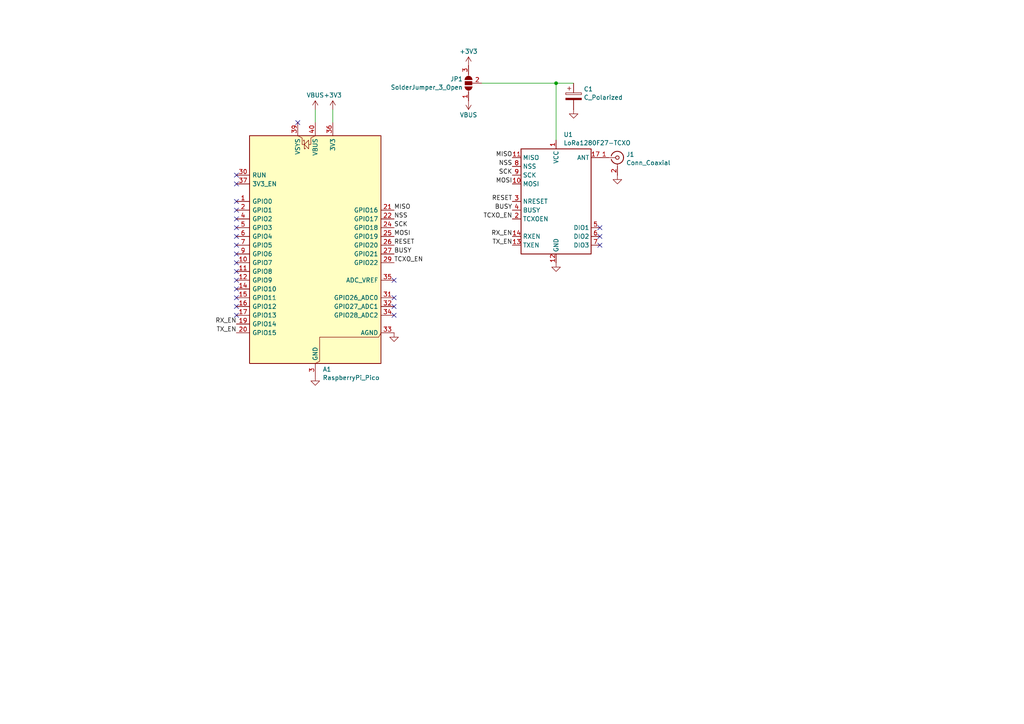
<source format=kicad_sch>
(kicad_sch (version 20250114) (generator "eeschema") (generator_version "9.0")
  (paper "A4")
  (lib_symbols
    (symbol "Connector:Conn_Coaxial" (pin_names (offset 1.016) (hide yes))
      (property "Reference" "J" (at 0.254 3.048 0))
      (property "Value" "Conn_Coaxial" (at 2.921 0 90))
      (symbol "Conn_Coaxial_0_1"
        (polyline (pts (xy -2.54 0) (xy -0.508 0)))
        (arc (start 1.778 0) (mid 0.222 -1.8079) (end -1.778 -0.508) (stroke (width 0.254)))
        (arc (start -1.778 0.508) (mid 0.2221 1.8084) (end 1.778 0) (stroke (width 0.254)))
        (circle (center 0 0) (radius 0.508) (stroke (width 0.2032)))
        (polyline (pts (xy 0 -2.54) (xy 0 -1.778)))
      )
      (symbol "Conn_Coaxial_1_1"
        (pin passive line (at -5.08 0 0) (length 2.54) (name "In") (number "1"))
        (pin passive line (at 0 -5.08 90) (length 2.54) (name "Ext") (number "2"))
      )
    )
    (symbol "Critbit_lib:LoRa1280F27-TCXO"
      (property "Reference" "U?" (at 12.954 17.272 0))
      (property "Value" "LoRa1280F27-TCXO" (at -13.462 16.51 0))
      (symbol "LoRa1280F27-TCXO_0_0"
        (rectangle (start -10.16 15.24) (end 10.16 -15.24) (stroke (width 0.254)))
        (pin unspecified line (at -12.7 12.7 0) (length 2.54) (name "MISO") (number "11"))
        (pin unspecified line (at -12.7 10.16 0) (length 2.54) (name "NSS") (number "8"))
        (pin unspecified line (at -12.7 7.62 0) (length 2.54) (name "SCK") (number "9"))
        (pin unspecified line (at -12.7 5.08 0) (length 2.54) (name "MOSI") (number "10"))
        (pin unspecified line (at -12.7 0 0) (length 2.54) (name "NRESET") (number "3"))
        (pin unspecified line (at -12.7 -2.54 0) (length 2.54) (name "BUSY") (number "4"))
        (pin unspecified line (at -12.7 -5.08 0) (length 2.54) (name "TCXOEN") (number "2"))
        (pin unspecified line (at -12.7 -10.16 0) (length 2.54) (name "RXEN") (number "14"))
        (pin unspecified line (at -12.7 -12.7 0) (length 2.54) (name "TXEN") (number "13"))
        (pin unspecified line (at 0 17.78 270) (length 2.54) (name "VCC") (number "1"))
        (pin unspecified line (at 0 -17.78 90) (length 2.54) (name "GND") (number "12"))
        (pin unspecified line (at 12.7 12.7 180) (length 2.54) (name "ANT") (number "17"))
        (pin unspecified line (at 12.7 -7.62 180) (length 2.54) (name "DIO1") (number "5"))
        (pin unspecified line (at 12.7 -10.16 180) (length 2.54) (name "DIO2") (number "6"))
        (pin unspecified line (at 12.7 -12.7 180) (length 2.54) (name "DIO3") (number "7"))
      )
      (symbol "LoRa1280F27-TCXO_1_0"
        (pin unspecified line (at 0 -17.78 90) (length 2.54) (hide yes) (name "GND") (number "15"))
        (pin unspecified line (at 0 -17.78 90) (length 2.54) (hide yes) (name "GND") (number "16"))
        (pin unspecified line (at 0 -17.78 90) (length 2.54) (hide yes) (name "GND") (number "18"))
      )
    )
    (symbol "Device:C_Polarized" (pin_numbers (hide yes)) (pin_names (offset 0.254))
      (property "Reference" "C" (at 0.635 2.54 0))
      (property "Value" "C_Polarized" (at 0.635 -2.54 0))
      (symbol "C_Polarized_0_1"
        (rectangle (start -2.286 0.508) (end 2.286 1.016))
        (polyline (pts (xy -1.778 2.286) (xy -0.762 2.286)))
        (polyline (pts (xy -1.27 2.794) (xy -1.27 1.778)))
        (rectangle (start 2.286 -0.508) (end -2.286 -1.016) (fill (type outline)))
      )
      (symbol "C_Polarized_1_1"
        (pin passive line (at 0 3.81 270) (length 2.794) (name "~") (number "1"))
        (pin passive line (at 0 -3.81 90) (length 2.794) (name "~") (number "2"))
      )
    )
    (symbol "Jumper:SolderJumper_3_Open" (pin_names (offset 0) (hide yes)) (in_bom no)
      (property "Reference" "JP" (at -2.54 -2.54 0))
      (property "Value" "SolderJumper_3_Open" (at 0 2.794 0))
      (symbol "SolderJumper_3_Open_0_1"
        (polyline (pts (xy -2.54 0) (xy -2.032 0)))
        (polyline (pts (xy -1.016 1.016) (xy -1.016 -1.016)))
        (arc (start -1.016 -1.016) (mid -2.0276 0) (end -1.016 1.016))
        (arc (start -1.016 -1.016) (mid -2.0276 0) (end -1.016 1.016) (fill (type outline)))
        (rectangle (start -0.508 1.016) (end 0.508 -1.016) (fill (type outline)))
        (polyline (pts (xy 0 -1.27) (xy 0 -1.016)))
        (arc (start 1.016 1.016) (mid 2.0276 0) (end 1.016 -1.016))
        (arc (start 1.016 1.016) (mid 2.0276 0) (end 1.016 -1.016) (fill (type outline)))
        (polyline (pts (xy 1.016 1.016) (xy 1.016 -1.016)))
        (polyline (pts (xy 2.54 0) (xy 2.032 0)))
      )
      (symbol "SolderJumper_3_Open_1_1"
        (pin passive line (at -5.08 0 0) (length 2.54) (name "A") (number "1"))
        (pin passive line (at 0 -3.81 90) (length 2.54) (name "C") (number "2"))
        (pin passive line (at 5.08 0 180) (length 2.54) (name "B") (number "3"))
      )
    )
    (symbol "MCU_Module:RaspberryPi_Pico" (pin_names (offset 0.762))
      (property "Reference" "A" (at -19.05 35.56 0))
      (property "Value" "RaspberryPi_Pico" (at 7.62 35.56 0))
      (symbol "RaspberryPi_Pico_0_1"
        (rectangle (start -19.05 34.29) (end 19.05 -31.75) (stroke (width 0.254)) (fill (type background)))
        (polyline (pts (xy -5.08 34.29) (xy -3.81 33.655) (xy -3.81 31.75) (xy -3.175 31.75)))
        (polyline (pts (xy -3.429 32.766) (xy -3.429 33.02) (xy -3.175 33.02) (xy -3.175 30.48) (xy -2.921 30.48) (xy -2.921 30.734)))
        (polyline (pts (xy -3.175 31.75) (xy -1.905 33.02) (xy -1.905 30.48) (xy -3.175 31.75)))
        (polyline (pts (xy 0 34.29) (xy -1.27 33.655) (xy -1.27 31.75) (xy -1.905 31.75)))
        (polyline (pts (xy 0 -31.75) (xy 1.27 -31.115) (xy 1.27 -24.13) (xy 18.415 -24.13) (xy 19.05 -22.86)))
      )
      (symbol "RaspberryPi_Pico_1_1"
        (pin passive line (at -22.86 22.86 0) (length 3.81) (name "RUN") (number "30"))
        (pin passive line (at -22.86 20.32 0) (length 3.81) (name "3V3_EN") (number "37"))
        (pin bidirectional line (at -22.86 15.24 0) (length 3.81) (name "GPIO0") (number "1"))
        (pin bidirectional line (at -22.86 12.7 0) (length 3.81) (name "GPIO1") (number "2"))
        (pin bidirectional line (at -22.86 10.16 0) (length 3.81) (name "GPIO2") (number "4"))
        (pin bidirectional line (at -22.86 7.62 0) (length 3.81) (name "GPIO3") (number "5"))
        (pin bidirectional line (at -22.86 5.08 0) (length 3.81) (name "GPIO4") (number "6"))
        (pin bidirectional line (at -22.86 2.54 0) (length 3.81) (name "GPIO5") (number "7"))
        (pin bidirectional line (at -22.86 0 0) (length 3.81) (name "GPIO6") (number "9"))
        (pin bidirectional line (at -22.86 -2.54 0) (length 3.81) (name "GPIO7") (number "10"))
        (pin bidirectional line (at -22.86 -5.08 0) (length 3.81) (name "GPIO8") (number "11"))
        (pin bidirectional line (at -22.86 -7.62 0) (length 3.81) (name "GPIO9") (number "12"))
        (pin bidirectional line (at -22.86 -10.16 0) (length 3.81) (name "GPIO10") (number "14"))
        (pin bidirectional line (at -22.86 -12.7 0) (length 3.81) (name "GPIO11") (number "15"))
        (pin bidirectional line (at -22.86 -15.24 0) (length 3.81) (name "GPIO12") (number "16"))
        (pin bidirectional line (at -22.86 -17.78 0) (length 3.81) (name "GPIO13") (number "17"))
        (pin bidirectional line (at -22.86 -20.32 0) (length 3.81) (name "GPIO14") (number "19"))
        (pin bidirectional line (at -22.86 -22.86 0) (length 3.81) (name "GPIO15") (number "20"))
        (pin power_in line (at -5.08 38.1 270) (length 3.81) (name "VSYS") (number "39"))
        (pin power_out line (at 0 38.1 270) (length 3.81) (name "VBUS") (number "40"))
        (pin passive line (at 0 -35.56 90) (length 3.81) (hide yes) (name "GND") (number "13"))
        (pin passive line (at 0 -35.56 90) (length 3.81) (hide yes) (name "GND") (number "18"))
        (pin passive line (at 0 -35.56 90) (length 3.81) (hide yes) (name "GND") (number "23"))
        (pin passive line (at 0 -35.56 90) (length 3.81) (hide yes) (name "GND") (number "28"))
        (pin power_out line (at 0 -35.56 90) (length 3.81) (name "GND") (number "3"))
        (pin passive line (at 0 -35.56 90) (length 3.81) (hide yes) (name "GND") (number "38"))
        (pin passive line (at 0 -35.56 90) (length 3.81) (hide yes) (name "GND") (number "8"))
        (pin power_out line (at 5.08 38.1 270) (length 3.81) (name "3V3") (number "36"))
        (pin bidirectional line (at 22.86 12.7 180) (length 3.81) (name "GPIO16") (number "21"))
        (pin bidirectional line (at 22.86 10.16 180) (length 3.81) (name "GPIO17") (number "22"))
        (pin bidirectional line (at 22.86 7.62 180) (length 3.81) (name "GPIO18") (number "24"))
        (pin bidirectional line (at 22.86 5.08 180) (length 3.81) (name "GPIO19") (number "25"))
        (pin bidirectional line (at 22.86 2.54 180) (length 3.81) (name "GPIO20") (number "26"))
        (pin bidirectional line (at 22.86 0 180) (length 3.81) (name "GPIO21") (number "27"))
        (pin bidirectional line (at 22.86 -2.54 180) (length 3.81) (name "GPIO22") (number "29"))
        (pin power_in line (at 22.86 -7.62 180) (length 3.81) (name "ADC_VREF") (number "35"))
        (pin bidirectional line (at 22.86 -12.7 180) (length 3.81) (name "GPIO26_ADC0") (number "31"))
        (pin bidirectional line (at 22.86 -15.24 180) (length 3.81) (name "GPIO27_ADC1") (number "32"))
        (pin bidirectional line (at 22.86 -17.78 180) (length 3.81) (name "GPIO28_ADC2") (number "34"))
        (pin power_out line (at 22.86 -22.86 180) (length 3.81) (name "AGND") (number "33"))
      )
    )
    (symbol "power:+3V3" (power) (pin_numbers (hide yes)) (pin_names (offset 0) (hide yes))
      (property "Value" "+3V3" (at 0 3.556 0))
      (symbol "+3V3_0_1"
        (polyline (pts (xy -0.762 1.27) (xy 0 2.54)))
        (polyline (pts (xy 0 2.54) (xy 0.762 1.27)))
        (polyline (pts (xy 0 0) (xy 0 2.54)))
      )
      (symbol "+3V3_1_1"
        (pin power_in line (at 0 0 90) (length 0) (name "~") (number "1"))
      )
    )
    (symbol "power:GND" (power) (pin_numbers (hide yes)) (pin_names (offset 0) (hide yes))
      (property "Value" "GND" (at 0 -3.81 0))
      (symbol "GND_0_1"
        (polyline (pts (xy 0 0) (xy 0 -1.27) (xy 1.27 -1.27) (xy 0 -2.54) (xy -1.27 -1.27) (xy 0 -1.27)))
      )
      (symbol "GND_1_1"
        (pin power_in line (at 0 0 270) (length 0) (name "~") (number "1"))
      )
    )
    (symbol "power:VBUS" (power) (pin_numbers (hide yes)) (pin_names (offset 0) (hide yes))
      (property "Value" "VBUS" (at 0 3.556 0))
      (symbol "VBUS_0_1"
        (polyline (pts (xy -0.762 1.27) (xy 0 2.54)))
        (polyline (pts (xy 0 2.54) (xy 0.762 1.27)))
        (polyline (pts (xy 0 0) (xy 0 2.54)))
      )
      (symbol "VBUS_1_1"
        (pin power_in line (at 0 0 90) (length 0) (name "~") (number "1"))
      )
    )
  )
  (junction (at 161.29 24.13))
  (no_connect (at 68.58 91.44))
  (no_connect (at 173.99 68.58))
  (no_connect (at 68.58 78.74))
  (no_connect (at 86.36 35.56))
  (no_connect (at 173.99 66.04))
  (no_connect (at 68.58 58.42))
  (no_connect (at 114.3 91.44))
  (no_connect (at 114.3 86.36))
  (no_connect (at 68.58 63.5))
  (no_connect (at 68.58 53.34))
  (no_connect (at 68.58 73.66))
  (no_connect (at 68.58 71.12))
  (no_connect (at 68.58 86.36))
  (no_connect (at 173.99 71.12))
  (no_connect (at 114.3 81.28))
  (no_connect (at 68.58 76.2))
  (no_connect (at 68.58 66.04))
  (no_connect (at 68.58 60.96))
  (no_connect (at 68.58 68.58))
  (no_connect (at 68.58 81.28))
  (no_connect (at 68.58 88.9))
  (no_connect (at 114.3 88.9))
  (no_connect (at 68.58 83.82))
  (no_connect (at 68.58 50.8))
  (wire (pts (xy 161.29 24.13) (xy 166.37 24.13)))
  (wire (pts (xy 96.52 31.75) (xy 96.52 35.56)))
  (wire (pts (xy 161.29 24.13) (xy 139.7 24.13)))
  (wire (pts (xy 91.44 31.75) (xy 91.44 35.56)))
  (wire (pts (xy 161.29 40.64) (xy 161.29 24.13)))
  (label "TX_EN" (at 68.58 96.52 180))
  (label "SCK" (at 114.3 66.04 0))
  (label "RESET" (at 114.3 71.12 0))
  (label "RX_EN" (at 148.59 68.58 180))
  (label "TX_EN" (at 148.59 71.12 180))
  (label "RESET" (at 148.59 58.42 180))
  (label "MISO" (at 148.59 45.72 180))
  (label "RX_EN" (at 68.58 93.98 180))
  (label "BUSY" (at 148.59 60.96 180))
  (label "MOSI" (at 148.59 53.34 180))
  (label "TCXO_EN" (at 148.59 63.5 180))
  (label "NSS" (at 114.3 63.5 0))
  (label "MISO" (at 114.3 60.96 0))
  (label "SCK" (at 148.59 50.8 180))
  (label "NSS" (at 148.59 48.26 180))
  (label "TCXO_EN" (at 114.3 76.2 0))
  (label "MOSI" (at 114.3 68.58 0))
  (label "BUSY" (at 114.3 73.66 0))
  (symbol (lib_id "Jumper:SolderJumper_3_Open") (at 135.89 24.13 90) (unit 1) (in_bom no)
    (property "Reference" "JP1" (at 134.239 22.9178 90) (effects (justify left)))
    (property "Value" "SolderJumper_3_Open" (at 134.239 25.3421 90) (effects (justify left)))
    (property "Footprint" "Jumper:SolderJumper-3_P2.0mm_Open_TrianglePad1.0x1.5mm" (effects (hide yes)))
    (property "Description" "Solder Jumper, 3-pole, open" (effects (hide yes)))
  )
  (symbol (lib_id "power:GND") (at 179.07 50.8 0) (unit 1)
    (property "Reference" "#PWR010" (effects (hide yes)))
    (property "Value" "GND" (effects (hide yes)))
    (property "Description" "Power symbol creates a global label with name \"GND\" , ground" (effects (hide yes)))
  )
  (symbol (lib_id "power:GND") (at 91.44 109.22 0) (unit 1)
    (property "Reference" "#PWR07" (effects (hide yes)))
    (property "Value" "GND" (effects (hide yes)))
    (property "Description" "Power symbol creates a global label with name \"GND\" , ground" (effects (hide yes)))
  )
  (symbol (lib_id "power:GND") (at 166.37 31.75 0) (unit 1)
    (property "Reference" "#PWR05" (effects (hide yes)))
    (property "Value" "GND" (effects (hide yes)))
    (property "Description" "Power symbol creates a global label with name \"GND\" , ground" (effects (hide yes)))
  )
  (symbol (lib_id "power:GND") (at 161.29 76.2 0) (unit 1)
    (property "Reference" "#PWR06" (effects (hide yes)))
    (property "Value" "GND" (effects (hide yes)))
    (property "Description" "Power symbol creates a global label with name \"GND\" , ground" (effects (hide yes)))
  )
  (symbol (lib_id "MCU_Module:RaspberryPi_Pico") (at 91.44 73.66 0) (unit 1)
    (property "Reference" "A1" (at 93.5833 107.1301 0) (effects (justify left)))
    (property "Value" "RaspberryPi_Pico" (at 93.5833 109.5544 0) (effects (justify left)))
    (property "Footprint" "Module:RaspberryPi_Pico_Common_Unspecified" (effects (hide yes)))
    (property "Datasheet" "https://datasheets.raspberrypi.com/pico/pico-datasheet.pdf" (effects (hide yes)))
    (property "Description" "Versatile and inexpensive microcontroller module powered by RP2040 dual-core Arm Cortex-M0+ processor up to 133 MHz, 264kB SRAM, 2MB QSPI flash; also supports Raspberry Pi Pico 2" (effects (hide yes)))
  )
  (symbol (lib_id "Device:C_Polarized") (at 166.37 27.94 0) (unit 1)
    (property "Reference" "C1" (at 169.291 25.8388 0) (effects (justify left)))
    (property "Value" "C_Polarized" (at 169.291 28.2631 0) (effects (justify left)))
    (property "Footprint" "Capacitor_SMD:C_1210_3225Metric_Pad1.33x2.70mm_HandSolder" (effects (hide yes)))
    (property "Description" "Polarized capacitor" (effects (hide yes)))
  )
  (symbol (lib_id "power:VBUS") (at 135.89 29.21 180) (unit 1)
    (property "Reference" "#PWR04" (effects (hide yes)))
    (property "Value" "VBUS" (at 135.89 33.3431 0))
    (property "Description" "Power symbol creates a global label with name \"VBUS\"" (effects (hide yes)))
  )
  (symbol (lib_id "power:VBUS") (at 91.44 31.75 0) (unit 1)
    (property "Reference" "#PWR01" (effects (hide yes)))
    (property "Value" "VBUS" (at 91.44 27.6169 0))
    (property "Description" "Power symbol creates a global label with name \"VBUS\"" (effects (hide yes)))
  )
  (symbol (lib_id "power:GND") (at 114.3 96.52 0) (unit 1)
    (property "Reference" "#PWR08" (effects (hide yes)))
    (property "Value" "GND" (effects (hide yes)))
    (property "Description" "Power symbol creates a global label with name \"GND\" , ground" (effects (hide yes)))
  )
  (symbol (lib_id "power:+3V3") (at 135.89 19.05 0) (unit 1)
    (property "Reference" "#PWR03" (effects (hide yes)))
    (property "Value" "+3V3" (at 135.89 14.9169 0))
    (property "Description" "Power symbol creates a global label with name \"+3V3\"" (effects (hide yes)))
  )
  (symbol (lib_id "Critbit_lib:LoRa1280F27-TCXO") (at 161.29 58.42 0) (unit 1)
    (property "Reference" "U1" (at 163.4333 39.0355 0) (effects (justify left)))
    (property "Value" "LoRa1280F27-TCXO" (at 163.4333 41.4598 0) (effects (justify left)))
    (property "Footprint" "Critbit_lib:LORA1280F27-TCXO" (effects (hide yes)))
    (property "Datasheet" "https://www.nicerf.cn/products/detail/lora1280f27-tcxo.html" (effects (hide yes)))
    (property "Manufacturer Part" "LoRa1280F27-TCXO" (effects (hide yes)))
    (property "Manufacturer" "NiceRF" (effects (hide yes)))
    (property "Supplier Part" "LoRa1280F27-TCXO" (effects (hide yes)))
    (property "Supplier" "NiceRF" (effects (hide yes)))
  )
  (symbol (lib_id "Connector:Conn_Coaxial") (at 179.07 45.72 0) (unit 1)
    (property "Reference" "J1" (at 181.6101 44.801 0) (effects (justify left)))
    (property "Value" "Conn_Coaxial" (at 181.6101 47.2253 0) (effects (justify left)))
    (property "Footprint" "Connector_Coaxial:SMA_BAT_Wireless_BWSMA-KWE-Z001" (effects (hide yes)))
    (property "Description" "coaxial connector (BNC, SMA, SMB, SMC, Cinch/RCA, LEMO, ...)" (effects (hide yes)))
  )
  (symbol (lib_id "power:+3V3") (at 96.52 31.75 0) (unit 1)
    (property "Reference" "#PWR02" (effects (hide yes)))
    (property "Value" "+3V3" (at 96.52 27.6169 0))
    (property "Description" "Power symbol creates a global label with name \"+3V3\"" (effects (hide yes)))
  )
)
</source>
